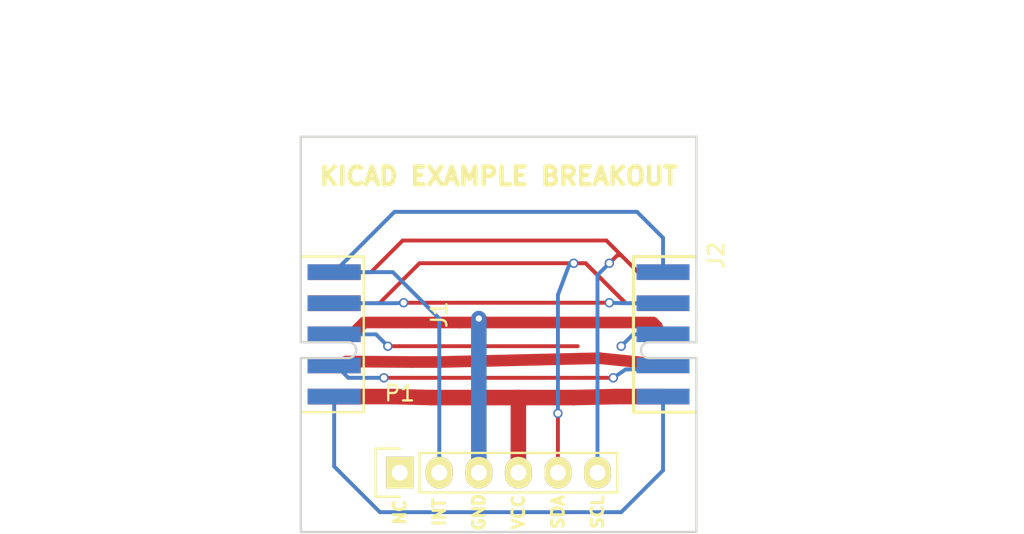
<source format=kicad_pcb>
(kicad_pcb (version 4) (host pcbnew 4.0.4-stable)

  (general
    (links 20)
    (no_connects 1)
    (area 45.644999 34.214999 71.195001 59.765001)
    (thickness 1.6)
    (drawings 34)
    (tracks 97)
    (zones 0)
    (modules 3)
    (nets 12)
  )

  (page A4)
  (layers
    (0 F.Cu signal)
    (31 B.Cu signal)
    (32 B.Adhes user)
    (33 F.Adhes user)
    (34 B.Paste user)
    (35 F.Paste user)
    (36 B.SilkS user)
    (37 F.SilkS user)
    (38 B.Mask user)
    (39 F.Mask user hide)
    (40 Dwgs.User user)
    (41 Cmts.User user)
    (42 Eco1.User user)
    (43 Eco2.User user)
    (44 Edge.Cuts user)
    (45 Margin user)
    (46 B.CrtYd user)
    (47 F.CrtYd user)
    (48 B.Fab user)
    (49 F.Fab user)
  )

  (setup
    (last_trace_width 0.75)
    (trace_clearance 0.2)
    (zone_clearance 0.508)
    (zone_45_only no)
    (trace_min 0.2)
    (segment_width 0.2)
    (edge_width 0.15)
    (via_size 0.6)
    (via_drill 0.4)
    (via_min_size 0.4)
    (via_min_drill 0.3)
    (uvia_size 0.3)
    (uvia_drill 0.1)
    (uvias_allowed no)
    (uvia_min_size 0.2)
    (uvia_min_drill 0.1)
    (pcb_text_width 0.3)
    (pcb_text_size 1.5 1.5)
    (mod_edge_width 0.15)
    (mod_text_size 1 1)
    (mod_text_width 0.15)
    (pad_size 1.524 1.524)
    (pad_drill 0.762)
    (pad_to_mask_clearance 0.2)
    (aux_axis_origin 0 0)
    (visible_elements 7FFFFFFF)
    (pcbplotparams
      (layerselection 0x010f0_80000001)
      (usegerberextensions false)
      (excludeedgelayer true)
      (linewidth 0.100000)
      (plotframeref false)
      (viasonmask false)
      (mode 1)
      (useauxorigin false)
      (hpglpennumber 1)
      (hpglpenspeed 20)
      (hpglpendiameter 15)
      (hpglpenoverlay 2)
      (psnegative false)
      (psa4output false)
      (plotreference true)
      (plotvalue true)
      (plotinvisibletext false)
      (padsonsilk false)
      (subtractmaskfromsilk false)
      (outputformat 1)
      (mirror false)
      (drillshape 0)
      (scaleselection 1)
      (outputdirectory ""))
  )

  (net 0 "")
  (net 1 "Net-(P1-Pad1)")
  (net 2 GND)
  (net 3 IINT)
  (net 4 GPIO9)
  (net 5 GPIO8)
  (net 6 GPIO7)
  (net 7 GPIO6)
  (net 8 SCL)
  (net 9 VIN)
  (net 10 VCC_SYSTEM)
  (net 11 SDA)

  (net_class Default "This is the default net class."
    (clearance 0.2)
    (trace_width 0.75)
    (via_dia 0.6)
    (via_drill 0.4)
    (uvia_dia 0.3)
    (uvia_drill 0.1)
    (add_net GND)
    (add_net GPIO6)
    (add_net GPIO7)
    (add_net GPIO8)
    (add_net GPIO9)
    (add_net IINT)
    (add_net "Net-(P1-Pad1)")
    (add_net SCL)
    (add_net SDA)
    (add_net VCC_SYSTEM)
    (add_net VIN)
  )

  (module Socket_Strips:Socket_Strip_Straight_1x06 (layer F.Cu) (tedit 0) (tstamp 57CEE981)
    (at 52.07 55.88)
    (descr "Through hole socket strip")
    (tags "socket strip")
    (path /57CEE3F5)
    (fp_text reference P1 (at 0 -5.1) (layer F.SilkS)
      (effects (font (size 1 1) (thickness 0.15)))
    )
    (fp_text value CONN_01X06 (at 0 -3.1) (layer F.Fab)
      (effects (font (size 1 1) (thickness 0.15)))
    )
    (fp_line (start -1.75 -1.75) (end -1.75 1.75) (layer F.CrtYd) (width 0.05))
    (fp_line (start 14.45 -1.75) (end 14.45 1.75) (layer F.CrtYd) (width 0.05))
    (fp_line (start -1.75 -1.75) (end 14.45 -1.75) (layer F.CrtYd) (width 0.05))
    (fp_line (start -1.75 1.75) (end 14.45 1.75) (layer F.CrtYd) (width 0.05))
    (fp_line (start 1.27 1.27) (end 13.97 1.27) (layer F.SilkS) (width 0.15))
    (fp_line (start 13.97 1.27) (end 13.97 -1.27) (layer F.SilkS) (width 0.15))
    (fp_line (start 13.97 -1.27) (end 1.27 -1.27) (layer F.SilkS) (width 0.15))
    (fp_line (start -1.55 1.55) (end 0 1.55) (layer F.SilkS) (width 0.15))
    (fp_line (start 1.27 1.27) (end 1.27 -1.27) (layer F.SilkS) (width 0.15))
    (fp_line (start 0 -1.55) (end -1.55 -1.55) (layer F.SilkS) (width 0.15))
    (fp_line (start -1.55 -1.55) (end -1.55 1.55) (layer F.SilkS) (width 0.15))
    (pad 1 thru_hole rect (at 0 0) (size 1.7272 2.032) (drill 1.016) (layers *.Cu *.Mask F.SilkS)
      (net 1 "Net-(P1-Pad1)"))
    (pad 2 thru_hole oval (at 2.54 0) (size 1.7272 2.032) (drill 1.016) (layers *.Cu *.Mask F.SilkS)
      (net 3 IINT))
    (pad 3 thru_hole oval (at 5.08 0) (size 1.7272 2.032) (drill 1.016) (layers *.Cu *.Mask F.SilkS)
      (net 2 GND))
    (pad 4 thru_hole oval (at 7.62 0) (size 1.7272 2.032) (drill 1.016) (layers *.Cu *.Mask F.SilkS)
      (net 10 VCC_SYSTEM))
    (pad 5 thru_hole oval (at 10.16 0) (size 1.7272 2.032) (drill 1.016) (layers *.Cu *.Mask F.SilkS)
      (net 11 SDA))
    (pad 6 thru_hole oval (at 12.7 0) (size 1.7272 2.032) (drill 1.016) (layers *.Cu *.Mask F.SilkS)
      (net 8 SCL))
    (model Socket_Strips.3dshapes/Socket_Strip_Straight_1x06.wrl
      (at (xyz 0.25 0 0))
      (scale (xyz 1 1 1))
      (rotate (xyz 0 0 180))
    )
  )

  (module KiCAD_EXAMPLE:boardConnector_back (layer F.Cu) (tedit 57CF4177) (tstamp 57CF024D)
    (at 68.58 46.99 270)
    (path /57CF0680)
    (fp_text reference J2 (at -5.08 -3.81 270) (layer F.SilkS)
      (effects (font (size 1 1) (thickness 0.15)))
    )
    (fp_text value connector (at -2.54 -5.08 270) (layer F.Fab)
      (effects (font (size 1 1) (thickness 0.15)))
    )
    (fp_line (start -5.5 -2.5) (end 5.5 -2.5) (layer F.CrtYd) (width 0.1))
    (fp_line (start 5.5 -2.5) (end 5.5 2.075) (layer F.CrtYd) (width 0.1))
    (fp_line (start -5.5 2.075) (end 5.5 2.075) (layer F.CrtYd) (width 0.1))
    (fp_line (start -5.5 -2.5) (end -5.5 2.075) (layer F.CrtYd) (width 0.1))
    (fp_line (start 5 -2.5) (end 5 1.5) (layer F.SilkS) (width 0.2))
    (fp_line (start 5 1.5) (end -5 1.5) (layer F.SilkS) (width 0.2))
    (fp_line (start -5 1.5) (end -5 -2.5) (layer F.SilkS) (width 0.2))
    (fp_arc (start 1 0.5) (end 1.5 0.5) (angle 180) (layer Cmts.User) (width 0.2))
    (fp_line (start -5 -2.5) (end 0.5 -2.5) (layer Cmts.User) (width 0.2))
    (fp_line (start 0.5 -2.5) (end 0.5 0.5) (layer Cmts.User) (width 0.2))
    (fp_line (start 1.5 -2.5) (end 1.5 0.5) (layer Cmts.User) (width 0.2))
    (fp_line (start 1.5 -2.5) (end 5 -2.5) (layer Cmts.User) (width 0.2))
    (pad 10 smd rect (at -4 -0.4 270) (size 1 3.4) (layers B.Cu B.Paste B.Mask)
      (net 3 IINT))
    (pad 9 smd rect (at -2 -0.4 270) (size 1 3.4) (layers B.Cu B.Paste B.Mask)
      (net 4 GPIO9))
    (pad 8 smd rect (at 0 -0.4 270) (size 1 3.4) (layers B.Cu B.Paste B.Mask)
      (net 5 GPIO8))
    (pad 7 smd rect (at 2 -0.4 270) (size 1 3.4) (layers B.Cu B.Paste B.Mask)
      (net 6 GPIO7))
    (pad 6 smd rect (at 4 -0.4 270) (size 1 3.4) (layers B.Cu B.Paste B.Mask)
      (net 7 GPIO6))
    (pad 5 smd rect (at -4 -0.4 270) (size 1 3.4) (layers F.Cu F.Paste F.Mask)
      (net 8 SCL))
    (pad 4 smd rect (at -2 -0.4 270) (size 1 3.4) (layers F.Cu F.Paste F.Mask)
      (net 11 SDA))
    (pad 1 smd rect (at 4 -0.4 270) (size 1 3.4) (layers F.Cu F.Paste F.Mask)
      (net 10 VCC_SYSTEM))
    (pad 2 smd rect (at 2 -0.4 270) (size 1 3.4) (layers F.Cu F.Paste F.Mask)
      (net 9 VIN))
    (pad 3 smd rect (at 0 -0.4 270) (size 1 3.4) (layers F.Cu F.Paste F.Mask)
      (net 2 GND))
  )

  (module KiCAD_EXAMPLE:BoardConnectorFront (layer F.Cu) (tedit 57CF422B) (tstamp 57CEE91C)
    (at 48.26 46.99 270)
    (path /57CEFF02)
    (fp_text reference J1 (at -1.27 -6.35 270) (layer F.SilkS)
      (effects (font (size 1 1) (thickness 0.15)))
    )
    (fp_text value connector (at -8.89 -3.81 270) (layer F.Fab)
      (effects (font (size 1 1) (thickness 0.15)))
    )
    (fp_line (start 5.5 2.5) (end -5.5 2.5) (layer F.CrtYd) (width 0.2))
    (fp_arc (start 1 -0.5) (end 0.5 -0.5) (angle 180) (layer Cmts.User) (width 0.2))
    (fp_line (start 1.5 -0.5) (end 1.5 2.5) (layer Cmts.User) (width 0.2))
    (fp_line (start 1.5 2.5) (end 5 2.5) (layer Cmts.User) (width 0.2))
    (fp_line (start 0.5 -0.5) (end 0.5 2.5) (layer Cmts.User) (width 0.2))
    (fp_line (start -5 2.5) (end 0.5 2.5) (layer Cmts.User) (width 0.2))
    (fp_line (start 5.5 -2.075) (end 5.5 2.5) (layer F.CrtYd) (width 0.15))
    (fp_line (start -5.5 -2.075) (end 5.5 -2.075) (layer F.CrtYd) (width 0.15))
    (fp_line (start -5.5 -2.075) (end -5.5 2.5) (layer F.CrtYd) (width 0.15))
    (fp_line (start 5 -1.5) (end 5 2.5) (layer F.SilkS) (width 0.15))
    (fp_line (start 5 -1.5) (end -5 -1.5) (layer F.SilkS) (width 0.15))
    (fp_line (start -5 2.5) (end -5 -1.5) (layer F.SilkS) (width 0.15))
    (pad 10 smd rect (at -4 0.4 270) (size 1 3.4) (layers B.Cu B.Paste B.Mask)
      (net 3 IINT))
    (pad 9 smd rect (at -2 0.4 270) (size 1 3.4) (layers B.Cu B.Paste B.Mask)
      (net 4 GPIO9))
    (pad 8 smd rect (at 0 0.4 270) (size 1 3.4) (layers B.Cu B.Paste B.Mask)
      (net 5 GPIO8))
    (pad 7 smd rect (at 2 0.4 270) (size 1 3.4) (layers B.Cu B.Paste B.Mask)
      (net 6 GPIO7))
    (pad 6 smd rect (at 4 0.4 270) (size 1 3.4) (layers B.Cu B.Paste B.Mask)
      (net 7 GPIO6))
    (pad 3 smd rect (at 0 0.4 270) (size 1 3.4) (layers F.Cu F.Paste F.Mask)
      (net 2 GND))
    (pad 2 smd rect (at 2 0.4 270) (size 1 3.4) (layers F.Cu F.Paste F.Mask)
      (net 9 VIN))
    (pad 1 smd rect (at 4 0.4 270) (size 1 3.4) (layers F.Cu F.Paste F.Mask)
      (net 10 VCC_SYSTEM))
    (pad 4 smd rect (at -2 0.4 270) (size 1 3.4) (layers F.Cu F.Paste F.Mask)
      (net 11 SDA))
    (pad 5 smd rect (at -4 0.4 270) (size 1 3.4) (layers F.Cu F.Paste F.Mask)
      (net 8 SCL))
    (pad 5 smd rect (at -4 0.4 270) (size 1 3.4) (layers F.Cu F.Paste F.Mask)
      (net 8 SCL))
    (pad 4 smd rect (at -2 0.4 270) (size 1 3.4) (layers F.Cu F.Paste F.Mask)
      (net 11 SDA))
    (pad 1 smd rect (at 4 0.4 270) (size 1 3.4) (layers F.Cu F.Paste F.Mask)
      (net 10 VCC_SYSTEM))
    (pad 2 smd rect (at 2 0.4 270) (size 1 3.4) (layers F.Cu F.Paste F.Mask)
      (net 9 VIN))
    (pad 3 smd rect (at 0 0.4 270) (size 1 3.4) (layers F.Cu F.Paste F.Mask)
      (net 2 GND))
  )

  (gr_text "KICAD EXAMPLE BREAKOUT" (at 58.42 36.83) (layer F.SilkS)
    (effects (font (size 1.143 1.143) (thickness 0.28575)))
  )
  (gr_text NC (at 52.07 58.42 90) (layer F.SilkS)
    (effects (font (size 0.762 0.762) (thickness 0.1905)))
  )
  (gr_text "INT\n" (at 54.61 58.42 90) (layer F.SilkS)
    (effects (font (size 0.762 0.762) (thickness 0.1905)))
  )
  (gr_text "GND\n" (at 57.15 58.42 90) (layer F.SilkS)
    (effects (font (size 0.762 0.762) (thickness 0.1905)))
  )
  (gr_text "VCC\n" (at 59.69 58.42 90) (layer F.SilkS)
    (effects (font (size 0.762 0.762) (thickness 0.1905)))
  )
  (gr_text "SDA\n" (at 62.23 58.42 90) (layer F.SilkS)
    (effects (font (size 0.762 0.762) (thickness 0.1905)))
  )
  (gr_text SCL (at 64.77 58.42 90) (layer F.SilkS)
    (effects (font (size 0.762 0.762) (thickness 0.1905)))
  )
  (dimension 2.54 (width 0.3) (layer Eco1.User)
    (gr_text "0.1000 in" (at 89.488 58.42 270) (layer Eco1.User)
      (effects (font (size 1.5 1.5) (thickness 0.3)))
    )
    (feature1 (pts (xy 72.39 59.69) (xy 90.838 59.69)))
    (feature2 (pts (xy 72.39 57.15) (xy 90.838 57.15)))
    (crossbar (pts (xy 88.138 57.15) (xy 88.138 59.69)))
    (arrow1a (pts (xy 88.138 59.69) (xy 87.551579 58.563496)))
    (arrow1b (pts (xy 88.138 59.69) (xy 88.724421 58.563496)))
    (arrow2a (pts (xy 88.138 57.15) (xy 87.551579 58.276504)))
    (arrow2b (pts (xy 88.138 57.15) (xy 88.724421 58.276504)))
  )
  (dimension 25.4 (width 0.3) (layer Eco1.User)
    (gr_text "1.0000 in" (at 58.42 27.352) (layer Eco1.User)
      (effects (font (size 1.5 1.5) (thickness 0.3)))
    )
    (feature1 (pts (xy 71.12 33.02) (xy 71.12 26.002)))
    (feature2 (pts (xy 45.72 33.02) (xy 45.72 26.002)))
    (crossbar (pts (xy 45.72 28.702) (xy 71.12 28.702)))
    (arrow1a (pts (xy 71.12 28.702) (xy 69.993496 29.288421)))
    (arrow1b (pts (xy 71.12 28.702) (xy 69.993496 28.115579)))
    (arrow2a (pts (xy 45.72 28.702) (xy 46.846504 29.288421)))
    (arrow2b (pts (xy 45.72 28.702) (xy 46.846504 28.115579)))
  )
  (dimension 25.4 (width 0.3) (layer Eco1.User)
    (gr_text "1.0000 in" (at 32.686 46.99 90) (layer Eco1.User)
      (effects (font (size 1.5 1.5) (thickness 0.3)))
    )
    (feature1 (pts (xy 41.402 34.29) (xy 31.336 34.29)))
    (feature2 (pts (xy 41.402 59.69) (xy 31.336 59.69)))
    (crossbar (pts (xy 34.036 59.69) (xy 34.036 34.29)))
    (arrow1a (pts (xy 34.036 34.29) (xy 34.622421 35.416504)))
    (arrow1b (pts (xy 34.036 34.29) (xy 33.449579 35.416504)))
    (arrow2a (pts (xy 34.036 59.69) (xy 34.622421 58.563496)))
    (arrow2b (pts (xy 34.036 59.69) (xy 33.449579 58.563496)))
  )
  (gr_line (start 68.072 48.514) (end 68.326 48.514) (angle 90) (layer Edge.Cuts) (width 0.15))
  (gr_line (start 71.12 48.514) (end 68.072 48.514) (angle 90) (layer Edge.Cuts) (width 0.15))
  (gr_line (start 71.12 59.69) (end 71.12 48.514) (angle 90) (layer Edge.Cuts) (width 0.15))
  (gr_line (start 45.72 59.69) (end 71.12 59.69) (angle 90) (layer Edge.Cuts) (width 0.15))
  (gr_line (start 45.72 48.514) (end 45.72 59.69) (angle 90) (layer Edge.Cuts) (width 0.15))
  (gr_line (start 48.768 48.514) (end 45.72 48.514) (angle 90) (layer Edge.Cuts) (width 0.15))
  (gr_arc (start 48.768 48.006) (end 49.276 48.006) (angle 90) (layer Edge.Cuts) (width 0.15))
  (gr_arc (start 48.768 48.006) (end 48.768 47.498) (angle 90) (layer Edge.Cuts) (width 0.15))
  (gr_line (start 45.72 47.498) (end 48.768 47.498) (angle 90) (layer Edge.Cuts) (width 0.15))
  (gr_line (start 45.72 34.29) (end 45.72 47.498) (angle 90) (layer Edge.Cuts) (width 0.15))
  (gr_line (start 71.12 34.29) (end 45.72 34.29) (angle 90) (layer Edge.Cuts) (width 0.15))
  (gr_line (start 71.12 47.498) (end 71.12 34.29) (angle 90) (layer Edge.Cuts) (width 0.15))
  (gr_line (start 68.072 47.498) (end 71.12 47.498) (angle 90) (layer Edge.Cuts) (width 0.15))
  (gr_arc (start 68.072 48.006) (end 67.564 48.006) (angle 90) (layer Edge.Cuts) (width 0.15))
  (gr_arc (start 68.072 48.006) (end 68.072 48.514) (angle 90) (layer Edge.Cuts) (width 0.15))
  (gr_line (start 71.12 47.498) (end 68.072 47.498) (angle 90) (layer Cmts.User) (width 0.2))
  (gr_line (start 71.12 48.514) (end 68.072 48.514) (angle 90) (layer Cmts.User) (width 0.2))
  (dimension 2.54 (width 0.3) (layer Eco1.User)
    (gr_text "2.540 mm" (at 83.9 58.42 90) (layer Eco1.User)
      (effects (font (size 1.5 1.5) (thickness 0.3)))
    )
    (feature1 (pts (xy 71.12 57.15) (xy 85.25 57.15)))
    (feature2 (pts (xy 71.12 59.69) (xy 85.25 59.69)))
    (crossbar (pts (xy 82.55 59.69) (xy 82.55 57.15)))
    (arrow1a (pts (xy 82.55 57.15) (xy 83.136421 58.276504)))
    (arrow1b (pts (xy 82.55 57.15) (xy 81.963579 58.276504)))
    (arrow2a (pts (xy 82.55 59.69) (xy 83.136421 58.563496)))
    (arrow2b (pts (xy 82.55 59.69) (xy 81.963579 58.563496)))
  )
  (gr_line (start 45.72 59.69) (end 45.72 34.29) (angle 90) (layer Eco1.User) (width 0.2))
  (gr_line (start 71.12 59.69) (end 45.72 59.69) (angle 90) (layer Eco1.User) (width 0.2))
  (gr_line (start 71.12 34.29) (end 71.12 59.69) (angle 90) (layer Eco1.User) (width 0.2))
  (gr_line (start 45.72 34.29) (end 71.12 34.29) (angle 90) (layer Eco1.User) (width 0.2))
  (dimension 25.4 (width 0.3) (layer Eco1.User)
    (gr_text "25.400 mm" (at 38.02 46.99 270) (layer Eco1.User)
      (effects (font (size 1.5 1.5) (thickness 0.3)))
    )
    (feature1 (pts (xy 45.72 59.69) (xy 36.67 59.69)))
    (feature2 (pts (xy 45.72 34.29) (xy 36.67 34.29)))
    (crossbar (pts (xy 39.37 34.29) (xy 39.37 59.69)))
    (arrow1a (pts (xy 39.37 59.69) (xy 38.783579 58.563496)))
    (arrow1b (pts (xy 39.37 59.69) (xy 39.956421 58.563496)))
    (arrow2a (pts (xy 39.37 34.29) (xy 38.783579 35.416504)))
    (arrow2b (pts (xy 39.37 34.29) (xy 39.956421 35.416504)))
  )
  (dimension 25.4 (width 0.3) (layer Eco1.User)
    (gr_text "25.400 mm" (at 58.42 33.099999) (layer Eco1.User)
      (effects (font (size 1.5 1.5) (thickness 0.3)))
    )
    (feature1 (pts (xy 71.12 27.94) (xy 71.12 34.449999)))
    (feature2 (pts (xy 45.72 27.94) (xy 45.72 34.449999)))
    (crossbar (pts (xy 45.72 31.749999) (xy 71.12 31.749999)))
    (arrow1a (pts (xy 71.12 31.749999) (xy 69.993496 32.33642)))
    (arrow1b (pts (xy 71.12 31.749999) (xy 69.993496 31.163578)))
    (arrow2a (pts (xy 45.72 31.749999) (xy 46.846504 32.33642)))
    (arrow2b (pts (xy 45.72 31.749999) (xy 46.846504 31.163578)))
  )

  (segment (start 57.15 46.228) (end 68.326 46.228) (width 0.75) (layer F.Cu) (net 2))
  (segment (start 68.326 46.228) (end 68.58 46.482) (width 0.75) (layer F.Cu) (net 2) (tstamp 57CF4A2F))
  (segment (start 68.98 46.99) (end 68.472 46.482) (width 0.75) (layer F.Cu) (net 2) (status 400000))
  (segment (start 68.472 46.482) (end 68.58 46.482) (width 0.75) (layer F.Cu) (net 2) (tstamp 57CF49E9))
  (segment (start 47.86 46.99) (end 49.022 46.99) (width 0.75) (layer F.Cu) (net 2) (status C00000))
  (segment (start 49.022 46.99) (end 49.784 46.228) (width 0.75) (layer F.Cu) (net 2) (tstamp 57CF49BC) (status 400000))
  (segment (start 57.15 55.88) (end 57.15 46.228) (width 1) (layer B.Cu) (net 2) (status 400000))
  (segment (start 57.15 46.228) (end 57.15 46.228) (width 1) (layer B.Cu) (net 2) (tstamp 57CF0B41))
  (segment (start 57.15 46.228) (end 57.15 45.974) (width 1) (layer B.Cu) (net 2) (tstamp 57CF0B45))
  (via (at 57.15 45.974) (size 0.6) (drill 0.4) (layers F.Cu B.Cu) (net 2))
  (segment (start 57.15 45.974) (end 57.15 45.72) (width 0.25) (layer F.Cu) (net 2) (tstamp 57CF0B48))
  (segment (start 57.15 45.72) (end 58.166 46.228) (width 0.25) (layer F.Cu) (net 2) (tstamp 57CF0B49))
  (segment (start 49.784 46.228) (end 52.578 46.228) (width 0.75) (layer F.Cu) (net 2) (tstamp 57CF49BF))
  (segment (start 55.88 46.228) (end 57.15 46.228) (width 0.75) (layer F.Cu) (net 2) (tstamp 57CF0965))
  (segment (start 57.15 46.228) (end 57.404 46.228) (width 0.75) (layer F.Cu) (net 2) (tstamp 57CF4A2D))
  (segment (start 52.578 46.228) (end 55.88 46.228) (width 0.75) (layer F.Cu) (net 2) (tstamp 57CF0964))
  (segment (start 68.98 42.99) (end 68.98 40.786) (width 0.25) (layer B.Cu) (net 3))
  (segment (start 51.734 39.116) (end 47.86 42.99) (width 0.25) (layer B.Cu) (net 3) (tstamp 57CF0B76))
  (segment (start 67.31 39.116) (end 51.734 39.116) (width 0.25) (layer B.Cu) (net 3) (tstamp 57CF0B74))
  (segment (start 68.98 40.786) (end 67.31 39.116) (width 0.25) (layer B.Cu) (net 3) (tstamp 57CF0B72))
  (segment (start 54.61 55.88) (end 54.61 45.974) (width 0.25) (layer B.Cu) (net 3))
  (segment (start 51.626 42.99) (end 47.86 42.99) (width 0.25) (layer B.Cu) (net 3) (tstamp 57CF0B6E))
  (segment (start 54.61 45.974) (end 51.626 42.99) (width 0.25) (layer B.Cu) (net 3) (tstamp 57CF0B6A))
  (segment (start 47.86 44.99) (end 51.784 44.99) (width 0.25) (layer B.Cu) (net 4))
  (segment (start 66.516 44.99) (end 68.98 44.99) (width 0.25) (layer B.Cu) (net 4) (tstamp 57CF0BC7))
  (segment (start 65.532 44.958) (end 66.516 44.99) (width 0.25) (layer B.Cu) (net 4) (tstamp 57CF0BC6))
  (via (at 65.532 44.958) (size 0.6) (drill 0.4) (layers F.Cu B.Cu) (net 4))
  (segment (start 65.532 44.958) (end 65.532 44.958) (width 0.25) (layer F.Cu) (net 4) (tstamp 57CF0BC2))
  (segment (start 63.246 44.958) (end 65.532 44.958) (width 0.25) (layer F.Cu) (net 4) (tstamp 57CF0BC1))
  (segment (start 53.594 44.958) (end 63.246 44.958) (width 0.25) (layer F.Cu) (net 4) (tstamp 57CF0BBD))
  (segment (start 52.324 44.958) (end 53.594 44.958) (width 0.25) (layer F.Cu) (net 4) (tstamp 57CF0BBC))
  (via (at 52.324 44.958) (size 0.6) (drill 0.4) (layers F.Cu B.Cu) (net 4))
  (segment (start 51.784 44.99) (end 52.324 44.958) (width 0.25) (layer B.Cu) (net 4) (tstamp 57CF0BB8))
  (segment (start 47.86 46.99) (end 50.546 46.99) (width 0.25) (layer B.Cu) (net 5))
  (segment (start 50.546 46.99) (end 51.308 47.752) (width 0.25) (layer B.Cu) (net 5) (tstamp 57CF0BCA))
  (via (at 51.308 47.752) (size 0.6) (drill 0.4) (layers F.Cu B.Cu) (net 5))
  (segment (start 51.308 47.752) (end 52.07 47.752) (width 0.25) (layer F.Cu) (net 5) (tstamp 57CF0BD7))
  (segment (start 52.07 47.752) (end 54.356 47.752) (width 0.25) (layer F.Cu) (net 5) (tstamp 57CF0BD8))
  (segment (start 54.356 47.752) (end 63.5 47.752) (width 0.25) (layer F.Cu) (net 5) (tstamp 57CF0BE1))
  (segment (start 67.056 46.99) (end 68.98 46.99) (width 0.25) (layer B.Cu) (net 5) (tstamp 57CF0BEA))
  (segment (start 66.294 47.752) (end 67.056 46.99) (width 0.25) (layer B.Cu) (net 5) (tstamp 57CF0BE9))
  (via (at 66.294 47.752) (size 0.6) (drill 0.4) (layers F.Cu B.Cu) (net 5))
  (segment (start 47.86 48.99) (end 47.974 48.99) (width 0.25) (layer B.Cu) (net 6))
  (segment (start 47.974 48.99) (end 48.768 49.784) (width 0.25) (layer B.Cu) (net 6) (tstamp 57CF489B))
  (segment (start 48.768 49.784) (end 51.054 49.784) (width 0.25) (layer B.Cu) (net 6) (tstamp 57CF489C))
  (segment (start 66.58 49.244) (end 69.234 49.244) (width 0.25) (layer B.Cu) (net 6) (tstamp 57CF0BFB))
  (segment (start 65.786 49.784) (end 66.58 49.244) (width 0.25) (layer B.Cu) (net 6) (tstamp 57CF0BFA))
  (via (at 65.786 49.784) (size 0.6) (drill 0.4) (layers F.Cu B.Cu) (net 6))
  (segment (start 64.008 49.784) (end 65.786 49.784) (width 0.25) (layer F.Cu) (net 6) (tstamp 57CF0BF6))
  (segment (start 54.61 49.784) (end 64.008 49.784) (width 0.25) (layer F.Cu) (net 6) (tstamp 57CF0BF4))
  (segment (start 52.07 49.784) (end 54.61 49.784) (width 0.25) (layer F.Cu) (net 6) (tstamp 57CF0BF2))
  (segment (start 51.054 49.784) (end 52.07 49.784) (width 0.25) (layer F.Cu) (net 6) (tstamp 57CF0BF1))
  (segment (start 51.054 49.784) (end 51.054 49.784) (width 0.25) (layer F.Cu) (net 6) (tstamp 57CF0BF0))
  (via (at 51.054 49.784) (size 0.6) (drill 0.4) (layers F.Cu B.Cu) (net 6))
  (segment (start 47.86 50.99) (end 47.86 55.48) (width 0.25) (layer B.Cu) (net 7))
  (segment (start 68.98 55.734) (end 68.98 50.99) (width 0.25) (layer B.Cu) (net 7) (tstamp 57CF0C11))
  (segment (start 66.294 58.42) (end 68.98 55.734) (width 0.25) (layer B.Cu) (net 7) (tstamp 57CF0C0F))
  (segment (start 50.8 58.42) (end 66.294 58.42) (width 0.25) (layer B.Cu) (net 7) (tstamp 57CF0C0D))
  (segment (start 47.86 55.48) (end 50.8 58.42) (width 0.25) (layer B.Cu) (net 7) (tstamp 57CF0C0B))
  (segment (start 66.294 41.91) (end 66.04 41.91) (width 0.25) (layer F.Cu) (net 8))
  (segment (start 64.77 43.18) (end 64.77 55.88) (width 0.25) (layer B.Cu) (net 8) (tstamp 57CF0B37))
  (segment (start 65.532 42.418) (end 64.77 43.18) (width 0.25) (layer B.Cu) (net 8) (tstamp 57CF0B36))
  (via (at 65.532 42.418) (size 0.6) (drill 0.4) (layers F.Cu B.Cu) (net 8))
  (segment (start 66.04 41.91) (end 65.532 42.418) (width 0.25) (layer F.Cu) (net 8) (tstamp 57CF0B33))
  (segment (start 47.86 42.99) (end 50.228 42.99) (width 0.25) (layer F.Cu) (net 8))
  (segment (start 50.228 42.99) (end 52.26 40.958) (width 0.25) (layer F.Cu) (net 8) (tstamp 57CF090E))
  (segment (start 68.98 42.99) (end 67.374 42.99) (width 0.25) (layer F.Cu) (net 8))
  (segment (start 67.374 42.99) (end 66.294 41.91) (width 0.25) (layer F.Cu) (net 8) (tstamp 57CF0907))
  (segment (start 66.294 41.91) (end 65.342 40.958) (width 0.25) (layer F.Cu) (net 8) (tstamp 57CF0B31))
  (segment (start 65.342 40.958) (end 52.26 40.958) (width 0.25) (layer F.Cu) (net 8) (tstamp 57CF090C))
  (segment (start 48.622 48.736) (end 52.832 48.768) (width 0.75) (layer F.Cu) (net 9))
  (segment (start 67.31 48.768) (end 68.98 48.99) (width 0.75) (layer F.Cu) (net 9) (tstamp 57CF0971) (status 800000))
  (segment (start 64.909336 48.523702) (end 67.31 48.768) (width 0.75) (layer F.Cu) (net 9) (tstamp 57CF096F))
  (segment (start 54.61 48.768) (end 64.909336 48.523702) (width 0.75) (layer F.Cu) (net 9) (tstamp 57CF096D))
  (segment (start 52.832 48.768) (end 54.61 48.768) (width 0.75) (layer F.Cu) (net 9) (tstamp 57CF096B))
  (segment (start 59.69 51.054) (end 59.69 55.372) (width 1) (layer F.Cu) (net 10))
  (segment (start 59.69 55.372) (end 59.69 55.88) (width 0.25) (layer F.Cu) (net 10) (tstamp 57CF099C))
  (segment (start 68.98 50.99) (end 65.976 50.99) (width 1) (layer F.Cu) (net 10))
  (segment (start 65.976 50.99) (end 63.246 51.054) (width 1) (layer F.Cu) (net 10) (tstamp 57CF0976))
  (segment (start 63.246 51.054) (end 59.69 51.054) (width 1) (layer F.Cu) (net 10) (tstamp 57CF0978))
  (segment (start 51.626 50.99) (end 47.86 50.99) (width 1) (layer F.Cu) (net 10) (tstamp 57CF097C))
  (segment (start 59.69 51.054) (end 54.102 51.054) (width 1) (layer F.Cu) (net 10) (tstamp 57CF099A))
  (segment (start 54.102 51.054) (end 51.626 50.99) (width 1) (layer F.Cu) (net 10) (tstamp 57CF097A))
  (segment (start 68.98 44.99) (end 66.58 44.99) (width 0.25) (layer F.Cu) (net 11))
  (segment (start 66.58 44.99) (end 64.008 42.418) (width 0.25) (layer F.Cu) (net 11) (tstamp 57CF0CA6))
  (segment (start 64.008 42.418) (end 63.246 42.418) (width 0.25) (layer F.Cu) (net 11) (tstamp 57CF0CAC))
  (segment (start 62.23 55.88) (end 62.23 52.07) (width 0.25) (layer F.Cu) (net 11))
  (segment (start 62.23 52.07) (end 62.23 44.45) (width 0.25) (layer B.Cu) (net 11))
  (via (at 62.23 52.07) (size 0.6) (drill 0.4) (layers F.Cu B.Cu) (net 11))
  (segment (start 62.23 44.45) (end 62.992 42.418) (width 0.25) (layer B.Cu) (net 11) (tstamp 57CF0B22))
  (segment (start 62.992 42.418) (end 63.246 42.418) (width 0.25) (layer B.Cu) (net 11) (tstamp 57CF0B25))
  (via (at 63.246 42.418) (size 0.6) (drill 0.4) (layers F.Cu B.Cu) (net 11))
  (segment (start 47.86 44.99) (end 50.768 44.99) (width 0.25) (layer F.Cu) (net 11))
  (segment (start 64.008 42.418) (end 65.024 43.434) (width 0.25) (layer F.Cu) (net 11) (tstamp 57CF0954))
  (segment (start 65.024 43.434) (end 66.58 44.99) (width 0.25) (layer F.Cu) (net 11) (tstamp 57CF0AFD))
  (segment (start 53.34 42.418) (end 64.008 42.418) (width 0.25) (layer F.Cu) (net 11) (tstamp 57CF0953))
  (segment (start 50.768 44.99) (end 53.34 42.418) (width 0.25) (layer F.Cu) (net 11) (tstamp 57CF0952))

  (zone (net 2) (net_name GND) (layer F.Cu) (tstamp 57CF466D) (hatch edge 0.508)
    (connect_pads (clearance 0.508))
    (min_thickness 0.254)
    (fill (arc_segments 16) (thermal_gap 0.508) (thermal_bridge_width 0.508))
    (polygon
      (pts
        (xy 70.866 41.402) (xy 66.294 41.402) (xy 66.294 52.578) (xy 70.866 52.578) (xy 70.866 59.436)
        (xy 45.974 59.436) (xy 45.974 52.578) (xy 50.546 52.578) (xy 50.546 41.148) (xy 45.974 41.148)
        (xy 45.974 34.544) (xy 70.866 34.544)
      )
    )
  )
  (zone (net 2) (net_name GND) (layer B.Cu) (tstamp 57CF466D) (hatch edge 0.508)
    (connect_pads (clearance 0.508))
    (min_thickness 0.254)
    (fill (arc_segments 16) (thermal_gap 0.508) (thermal_bridge_width 0.508))
    (polygon
      (pts
        (xy 70.866 41.402) (xy 66.294 41.402) (xy 66.294 52.578) (xy 70.866 52.578) (xy 70.866 59.436)
        (xy 45.974 59.436) (xy 45.974 52.578) (xy 50.546 52.578) (xy 50.546 41.148) (xy 45.974 41.148)
        (xy 45.974 34.544) (xy 70.866 34.544)
      )
    )
  )
)

</source>
